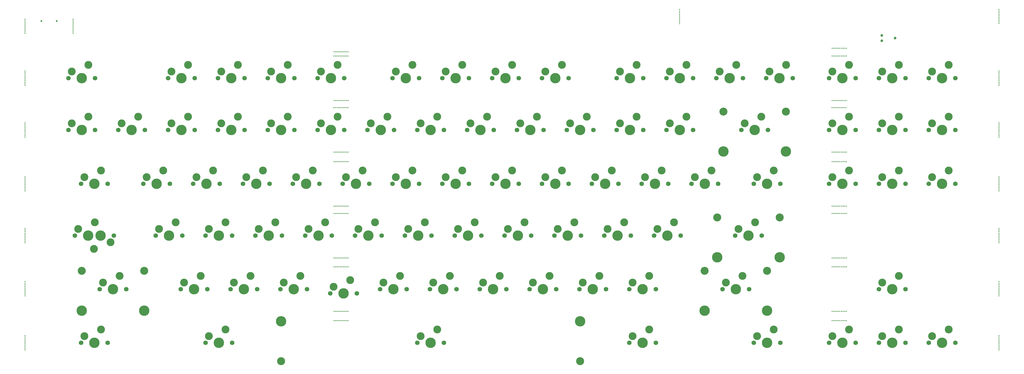
<source format=gbr>
%TF.GenerationSoftware,KiCad,Pcbnew,(6.0.5-0)*%
%TF.CreationDate,2023-01-21T22:01:58+08:00*%
%TF.ProjectId,main,6d61696e-2e6b-4696-9361-645f70636258,Prototype-V1*%
%TF.SameCoordinates,Original*%
%TF.FileFunction,NonPlated,1,2,NPTH,Drill*%
%TF.FilePolarity,Positive*%
%FSLAX46Y46*%
G04 Gerber Fmt 4.6, Leading zero omitted, Abs format (unit mm)*
G04 Created by KiCad (PCBNEW (6.0.5-0)) date 2023-01-21 22:01:58*
%MOMM*%
%LPD*%
G01*
G04 APERTURE LIST*
%TA.AperFunction,ComponentDrill*%
%ADD10C,0.450000*%
%TD*%
%TA.AperFunction,ComponentDrill*%
%ADD11C,0.650000*%
%TD*%
%TA.AperFunction,ComponentDrill*%
%ADD12C,0.990600*%
%TD*%
%TA.AperFunction,ComponentDrill*%
%ADD13C,1.750000*%
%TD*%
%TA.AperFunction,ComponentDrill*%
%ADD14C,3.000000*%
%TD*%
%TA.AperFunction,ComponentDrill*%
%ADD15C,3.048000*%
%TD*%
%TA.AperFunction,ComponentDrill*%
%ADD16C,3.987800*%
%TD*%
G04 APERTURE END LIST*
D10*
%TO.C,H8*%
X-21725000Y22575000D03*
X-21725000Y21975000D03*
X-21725000Y21375000D03*
X-21725000Y20775000D03*
X-21725000Y20175000D03*
X-21725000Y19575000D03*
X-21725000Y18975000D03*
X-21725000Y18375000D03*
X-21725000Y17775000D03*
X-21725000Y17175000D03*
%TO.C,H12*%
X-21725000Y2700000D03*
X-21725000Y2100000D03*
X-21725000Y1500000D03*
X-21725000Y900000D03*
X-21725000Y300000D03*
X-21725000Y-300000D03*
X-21725000Y-900000D03*
X-21725000Y-1500000D03*
X-21725000Y-2100000D03*
X-21725000Y-2700000D03*
%TO.C,H27*%
X-21725000Y-17085000D03*
X-21725000Y-17685000D03*
X-21725000Y-18285000D03*
X-21725000Y-18885000D03*
X-21725000Y-19485000D03*
X-21725000Y-20085000D03*
X-21725000Y-20685000D03*
X-21725000Y-21285000D03*
X-21725000Y-21885000D03*
X-21725000Y-22485000D03*
%TO.C,H30*%
X-21725000Y-37713300D03*
X-21725000Y-38313300D03*
X-21725000Y-38913300D03*
X-21725000Y-39513300D03*
X-21725000Y-40113300D03*
X-21725000Y-40713300D03*
X-21725000Y-41313300D03*
X-21725000Y-41913300D03*
X-21725000Y-42513300D03*
X-21725000Y-43113300D03*
%TO.C,H19*%
X-21725000Y-57498300D03*
X-21725000Y-58098300D03*
X-21725000Y-58698300D03*
X-21725000Y-59298300D03*
X-21725000Y-59898300D03*
X-21725000Y-60498300D03*
X-21725000Y-61098300D03*
X-21725000Y-61698300D03*
X-21725000Y-62298300D03*
X-21725000Y-62898300D03*
%TO.C,H26*%
X-21725000Y-77835300D03*
X-21725000Y-78435300D03*
X-21725000Y-79035300D03*
X-21725000Y-79635300D03*
X-21725000Y-80235300D03*
X-21725000Y-80835300D03*
X-21725000Y-81435300D03*
X-21725000Y-82035300D03*
X-21725000Y-82635300D03*
X-21725000Y-83235300D03*
%TO.C,H28*%
X-21725000Y-98485300D03*
X-21725000Y-99085300D03*
X-21725000Y-99685300D03*
X-21725000Y-100285300D03*
X-21725000Y-100885300D03*
X-21725000Y-101485300D03*
X-21725000Y-102085300D03*
X-21725000Y-102685300D03*
X-21725000Y-103285300D03*
X-21725000Y-103885300D03*
%TO.C,H9*%
X-3325000Y22575000D03*
X-3325000Y21975000D03*
X-3325000Y21375000D03*
X-3325000Y20775000D03*
X-3325000Y20175000D03*
X-3325000Y19575000D03*
X-3325000Y18975000D03*
X-3325000Y18375000D03*
X-3325000Y17775000D03*
X-3325000Y17175000D03*
%TO.C,H44*%
X96356035Y-11285000D03*
%TO.C,H15*%
X96371400Y10100000D03*
%TO.C,H13*%
X96371400Y8500000D03*
%TO.C,H33*%
X96371400Y-28285000D03*
%TO.C,H36*%
X96371400Y-31912900D03*
%TO.C,H41*%
X96371400Y-48913300D03*
%TO.C,H39*%
X96371400Y-51698300D03*
%TO.C,H37*%
X96371400Y-68698300D03*
%TO.C,H32*%
X96371400Y-89135300D03*
%TO.C,H35*%
X96371400Y-92685300D03*
%TO.C,H43*%
X96420758Y-72135300D03*
%TO.C,H45*%
X96458697Y-8500000D03*
%TO.C,H44*%
X96956035Y-11285000D03*
%TO.C,H15*%
X96971400Y10100000D03*
%TO.C,H13*%
X96971400Y8500000D03*
%TO.C,H33*%
X96971400Y-28285000D03*
%TO.C,H36*%
X96971400Y-31912900D03*
%TO.C,H41*%
X96971400Y-48913300D03*
%TO.C,H39*%
X96971400Y-51698300D03*
%TO.C,H37*%
X96971400Y-68698300D03*
%TO.C,H32*%
X96971400Y-89135300D03*
%TO.C,H35*%
X96971400Y-92685300D03*
%TO.C,H43*%
X97020758Y-72135300D03*
%TO.C,H45*%
X97058697Y-8500000D03*
%TO.C,H44*%
X97556035Y-11285000D03*
%TO.C,H15*%
X97571400Y10100000D03*
%TO.C,H13*%
X97571400Y8500000D03*
%TO.C,H33*%
X97571400Y-28285000D03*
%TO.C,H36*%
X97571400Y-31912900D03*
%TO.C,H41*%
X97571400Y-48913300D03*
%TO.C,H39*%
X97571400Y-51698300D03*
%TO.C,H37*%
X97571400Y-68698300D03*
%TO.C,H32*%
X97571400Y-89135300D03*
%TO.C,H35*%
X97571400Y-92685300D03*
%TO.C,H43*%
X97620758Y-72135300D03*
%TO.C,H45*%
X97658697Y-8500000D03*
%TO.C,H44*%
X98156035Y-11285000D03*
%TO.C,H15*%
X98171400Y10100000D03*
%TO.C,H13*%
X98171400Y8500000D03*
%TO.C,H33*%
X98171400Y-28285000D03*
%TO.C,H36*%
X98171400Y-31912900D03*
%TO.C,H41*%
X98171400Y-48913300D03*
%TO.C,H39*%
X98171400Y-51698300D03*
%TO.C,H37*%
X98171400Y-68698300D03*
%TO.C,H32*%
X98171400Y-89135300D03*
%TO.C,H35*%
X98171400Y-92685300D03*
%TO.C,H43*%
X98220758Y-72135300D03*
%TO.C,H45*%
X98258697Y-8500000D03*
%TO.C,H44*%
X98756035Y-11285000D03*
%TO.C,H15*%
X98771400Y10100000D03*
%TO.C,H13*%
X98771400Y8500000D03*
%TO.C,H33*%
X98771400Y-28285000D03*
%TO.C,H36*%
X98771400Y-31912900D03*
%TO.C,H41*%
X98771400Y-48913300D03*
%TO.C,H39*%
X98771400Y-51698300D03*
%TO.C,H37*%
X98771400Y-68698300D03*
%TO.C,H32*%
X98771400Y-89135300D03*
%TO.C,H35*%
X98771400Y-92685300D03*
%TO.C,H43*%
X98820758Y-72135300D03*
%TO.C,H45*%
X98858697Y-8500000D03*
%TO.C,H44*%
X99356035Y-11285000D03*
%TO.C,H15*%
X99371400Y10100000D03*
%TO.C,H13*%
X99371400Y8500000D03*
%TO.C,H33*%
X99371400Y-28285000D03*
%TO.C,H36*%
X99371400Y-31912900D03*
%TO.C,H41*%
X99371400Y-48913300D03*
%TO.C,H39*%
X99371400Y-51698300D03*
%TO.C,H37*%
X99371400Y-68698300D03*
%TO.C,H32*%
X99371400Y-89135300D03*
%TO.C,H35*%
X99371400Y-92685300D03*
%TO.C,H43*%
X99420758Y-72135300D03*
%TO.C,H45*%
X99458697Y-8500000D03*
%TO.C,H44*%
X99956035Y-11285000D03*
%TO.C,H15*%
X99971400Y10100000D03*
%TO.C,H13*%
X99971400Y8500000D03*
%TO.C,H33*%
X99971400Y-28285000D03*
%TO.C,H36*%
X99971400Y-31912900D03*
%TO.C,H41*%
X99971400Y-48913300D03*
%TO.C,H39*%
X99971400Y-51698300D03*
%TO.C,H37*%
X99971400Y-68698300D03*
%TO.C,H32*%
X99971400Y-89135300D03*
%TO.C,H35*%
X99971400Y-92685300D03*
%TO.C,H43*%
X100020758Y-72135300D03*
%TO.C,H45*%
X100058697Y-8500000D03*
%TO.C,H44*%
X100556035Y-11285000D03*
%TO.C,H15*%
X100571400Y10100000D03*
%TO.C,H13*%
X100571400Y8500000D03*
%TO.C,H33*%
X100571400Y-28285000D03*
%TO.C,H36*%
X100571400Y-31912900D03*
%TO.C,H41*%
X100571400Y-48913300D03*
%TO.C,H39*%
X100571400Y-51698300D03*
%TO.C,H37*%
X100571400Y-68698300D03*
%TO.C,H32*%
X100571400Y-89135300D03*
%TO.C,H35*%
X100571400Y-92685300D03*
%TO.C,H43*%
X100620758Y-72135300D03*
%TO.C,H45*%
X100658697Y-8500000D03*
%TO.C,H44*%
X101156035Y-11285000D03*
%TO.C,H15*%
X101171400Y10100000D03*
%TO.C,H13*%
X101171400Y8500000D03*
%TO.C,H33*%
X101171400Y-28285000D03*
%TO.C,H36*%
X101171400Y-31912900D03*
%TO.C,H41*%
X101171400Y-48913300D03*
%TO.C,H39*%
X101171400Y-51698300D03*
%TO.C,H37*%
X101171400Y-68698300D03*
%TO.C,H32*%
X101171400Y-89135300D03*
%TO.C,H35*%
X101171400Y-92685300D03*
%TO.C,H43*%
X101220758Y-72135300D03*
%TO.C,H45*%
X101258697Y-8500000D03*
%TO.C,H44*%
X101756035Y-11285000D03*
%TO.C,H15*%
X101771400Y10100000D03*
%TO.C,H13*%
X101771400Y8500000D03*
%TO.C,H33*%
X101771400Y-28285000D03*
%TO.C,H36*%
X101771400Y-31912900D03*
%TO.C,H41*%
X101771400Y-48913300D03*
%TO.C,H39*%
X101771400Y-51698300D03*
%TO.C,H37*%
X101771400Y-68698300D03*
%TO.C,H32*%
X101771400Y-89135300D03*
%TO.C,H35*%
X101771400Y-92685300D03*
%TO.C,H43*%
X101820758Y-72135300D03*
%TO.C,H45*%
X101858697Y-8500000D03*
%TO.C,H10*%
X228467800Y26225000D03*
X228467800Y25625000D03*
X228467800Y25025000D03*
X228467800Y24425000D03*
X228467800Y23825000D03*
X228467800Y23225000D03*
X228467800Y22625000D03*
X228467800Y22025000D03*
X228467800Y21425000D03*
X228467800Y20825000D03*
%TO.C,H47*%
X286714250Y-11285000D03*
%TO.C,H46*%
X286812969Y-8500000D03*
%TO.C,H14*%
X286821400Y11425000D03*
%TO.C,H16*%
X286821400Y8500000D03*
%TO.C,H40*%
X286821400Y-28235300D03*
%TO.C,H38*%
X286821400Y-31913200D03*
%TO.C,H29*%
X286821400Y-48913300D03*
%TO.C,H23*%
X286821400Y-51698300D03*
%TO.C,H18*%
X286821400Y-68698300D03*
%TO.C,H21*%
X286821400Y-72135300D03*
%TO.C,H25*%
X286821400Y-89135300D03*
%TO.C,H42*%
X286821400Y-92685300D03*
%TO.C,H47*%
X287314250Y-11285000D03*
%TO.C,H46*%
X287412969Y-8500000D03*
%TO.C,H14*%
X287421400Y11425000D03*
%TO.C,H16*%
X287421400Y8500000D03*
%TO.C,H40*%
X287421400Y-28235300D03*
%TO.C,H38*%
X287421400Y-31913200D03*
%TO.C,H29*%
X287421400Y-48913300D03*
%TO.C,H23*%
X287421400Y-51698300D03*
%TO.C,H18*%
X287421400Y-68698300D03*
%TO.C,H21*%
X287421400Y-72135300D03*
%TO.C,H25*%
X287421400Y-89135300D03*
%TO.C,H42*%
X287421400Y-92685300D03*
%TO.C,H47*%
X287914250Y-11285000D03*
%TO.C,H46*%
X288012969Y-8500000D03*
%TO.C,H14*%
X288021400Y11425000D03*
%TO.C,H16*%
X288021400Y8500000D03*
%TO.C,H40*%
X288021400Y-28235300D03*
%TO.C,H38*%
X288021400Y-31913200D03*
%TO.C,H29*%
X288021400Y-48913300D03*
%TO.C,H23*%
X288021400Y-51698300D03*
%TO.C,H18*%
X288021400Y-68698300D03*
%TO.C,H21*%
X288021400Y-72135300D03*
%TO.C,H25*%
X288021400Y-89135300D03*
%TO.C,H42*%
X288021400Y-92685300D03*
%TO.C,H47*%
X288514250Y-11285000D03*
%TO.C,H46*%
X288612969Y-8500000D03*
%TO.C,H14*%
X288621400Y11425000D03*
%TO.C,H16*%
X288621400Y8500000D03*
%TO.C,H40*%
X288621400Y-28235300D03*
%TO.C,H38*%
X288621400Y-31913200D03*
%TO.C,H29*%
X288621400Y-48913300D03*
%TO.C,H23*%
X288621400Y-51698300D03*
%TO.C,H18*%
X288621400Y-68698300D03*
%TO.C,H21*%
X288621400Y-72135300D03*
%TO.C,H25*%
X288621400Y-89135300D03*
%TO.C,H42*%
X288621400Y-92685300D03*
%TO.C,H47*%
X289114250Y-11285000D03*
%TO.C,H46*%
X289212969Y-8500000D03*
%TO.C,H14*%
X289221400Y11425000D03*
%TO.C,H16*%
X289221400Y8500000D03*
%TO.C,H40*%
X289221400Y-28235300D03*
%TO.C,H38*%
X289221400Y-31913200D03*
%TO.C,H29*%
X289221400Y-48913300D03*
%TO.C,H23*%
X289221400Y-51698300D03*
%TO.C,H18*%
X289221400Y-68698300D03*
%TO.C,H21*%
X289221400Y-72135300D03*
%TO.C,H25*%
X289221400Y-89135300D03*
%TO.C,H42*%
X289221400Y-92685300D03*
%TO.C,H47*%
X289714250Y-11285000D03*
%TO.C,H46*%
X289812969Y-8500000D03*
%TO.C,H14*%
X289821400Y11425000D03*
%TO.C,H16*%
X289821400Y8500000D03*
%TO.C,H40*%
X289821400Y-28235300D03*
%TO.C,H38*%
X289821400Y-31913200D03*
%TO.C,H29*%
X289821400Y-48913300D03*
%TO.C,H23*%
X289821400Y-51698300D03*
%TO.C,H18*%
X289821400Y-68698300D03*
%TO.C,H21*%
X289821400Y-72135300D03*
%TO.C,H25*%
X289821400Y-89135300D03*
%TO.C,H42*%
X289821400Y-92685300D03*
%TO.C,H47*%
X290314250Y-11285000D03*
%TO.C,H46*%
X290412969Y-8500000D03*
%TO.C,H14*%
X290421400Y11425000D03*
%TO.C,H16*%
X290421400Y8500000D03*
%TO.C,H40*%
X290421400Y-28235300D03*
%TO.C,H38*%
X290421400Y-31913200D03*
%TO.C,H29*%
X290421400Y-48913300D03*
%TO.C,H23*%
X290421400Y-51698300D03*
%TO.C,H18*%
X290421400Y-68698300D03*
%TO.C,H21*%
X290421400Y-72135300D03*
%TO.C,H25*%
X290421400Y-89135300D03*
%TO.C,H42*%
X290421400Y-92685300D03*
%TO.C,H47*%
X290914250Y-11285000D03*
%TO.C,H46*%
X291012969Y-8500000D03*
%TO.C,H14*%
X291021400Y11425000D03*
%TO.C,H16*%
X291021400Y8500000D03*
%TO.C,H40*%
X291021400Y-28235300D03*
%TO.C,H38*%
X291021400Y-31913200D03*
%TO.C,H29*%
X291021400Y-48913300D03*
%TO.C,H23*%
X291021400Y-51698300D03*
%TO.C,H18*%
X291021400Y-68698300D03*
%TO.C,H21*%
X291021400Y-72135300D03*
%TO.C,H25*%
X291021400Y-89135300D03*
%TO.C,H42*%
X291021400Y-92685300D03*
%TO.C,H47*%
X291514250Y-11285000D03*
%TO.C,H46*%
X291612969Y-8500000D03*
%TO.C,H14*%
X291621400Y11425000D03*
%TO.C,H16*%
X291621400Y8500000D03*
%TO.C,H40*%
X291621400Y-28235300D03*
%TO.C,H38*%
X291621400Y-31913200D03*
%TO.C,H29*%
X291621400Y-48913300D03*
%TO.C,H23*%
X291621400Y-51698300D03*
%TO.C,H18*%
X291621400Y-68698300D03*
%TO.C,H21*%
X291621400Y-72135300D03*
%TO.C,H25*%
X291621400Y-89135300D03*
%TO.C,H42*%
X291621400Y-92685300D03*
%TO.C,H47*%
X292114250Y-11285000D03*
%TO.C,H46*%
X292212969Y-8500000D03*
%TO.C,H14*%
X292221400Y11425000D03*
%TO.C,H16*%
X292221400Y8500000D03*
%TO.C,H40*%
X292221400Y-28235300D03*
%TO.C,H38*%
X292221400Y-31913200D03*
%TO.C,H29*%
X292221400Y-48913300D03*
%TO.C,H23*%
X292221400Y-51698300D03*
%TO.C,H18*%
X292221400Y-68698300D03*
%TO.C,H21*%
X292221400Y-72135300D03*
%TO.C,H25*%
X292221400Y-89135300D03*
%TO.C,H42*%
X292221400Y-92685300D03*
%TO.C,H17*%
X350575000Y2700000D03*
X350575000Y2100000D03*
X350575000Y1500000D03*
X350575000Y900000D03*
X350575000Y300000D03*
X350575000Y-300000D03*
X350575000Y-900000D03*
X350575000Y-1500000D03*
X350575000Y-2100000D03*
X350575000Y-2700000D03*
%TO.C,H34*%
X350575000Y-17085000D03*
X350575000Y-17685000D03*
X350575000Y-18285000D03*
X350575000Y-18885000D03*
X350575000Y-19485000D03*
X350575000Y-20085000D03*
X350575000Y-20685000D03*
X350575000Y-21285000D03*
X350575000Y-21885000D03*
X350575000Y-22485000D03*
%TO.C,H20*%
X350575000Y-37713300D03*
X350575000Y-38313300D03*
X350575000Y-38913300D03*
X350575000Y-39513300D03*
X350575000Y-40113300D03*
X350575000Y-40713300D03*
X350575000Y-41313300D03*
X350575000Y-41913300D03*
X350575000Y-42513300D03*
X350575000Y-43113300D03*
%TO.C,H22*%
X350575000Y-57498300D03*
X350575000Y-58098300D03*
X350575000Y-58698300D03*
X350575000Y-59298300D03*
X350575000Y-59898300D03*
X350575000Y-60498300D03*
X350575000Y-61098300D03*
X350575000Y-61698300D03*
X350575000Y-62298300D03*
X350575000Y-62898300D03*
%TO.C,H24*%
X350575000Y-77835300D03*
X350575000Y-78435300D03*
X350575000Y-79035300D03*
X350575000Y-79635300D03*
X350575000Y-80235300D03*
X350575000Y-80835300D03*
X350575000Y-81435300D03*
X350575000Y-82035300D03*
X350575000Y-82635300D03*
X350575000Y-83235300D03*
%TO.C,H31*%
X350575000Y-98485300D03*
X350575000Y-99085300D03*
X350575000Y-99685300D03*
X350575000Y-100285300D03*
X350575000Y-100885300D03*
X350575000Y-101485300D03*
X350575000Y-102085300D03*
X350575000Y-102685300D03*
X350575000Y-103285300D03*
X350575000Y-103885300D03*
%TO.C,H11*%
X350600000Y26300000D03*
X350600000Y25700000D03*
X350600000Y25100000D03*
X350600000Y24500000D03*
X350600000Y23900000D03*
X350600000Y23300000D03*
X350600000Y22700000D03*
X350600000Y22100000D03*
X350600000Y21500000D03*
X350600000Y20900000D03*
D11*
%TO.C,J26*%
X-15413000Y21876000D03*
X-9633000Y21876000D03*
D12*
%TO.C,J25*%
X305790000Y16336000D03*
X305790000Y14304000D03*
X310870000Y15320000D03*
D13*
%TO.C,Esc1*%
X-5080000Y0D03*
%TO.C,\u005C1*%
X-5080000Y-19785000D03*
%TO.C,CAP2*%
X-2680000Y-60185800D03*
%TO.C,TAB1*%
X-317500Y-40413300D03*
%TO.C,LCtrl1*%
X-317500Y-101185300D03*
%TO.C,CAP1*%
X2063750Y-60198300D03*
%TO.C,Esc1*%
X5080000Y0D03*
%TO.C,\u005C1*%
X5080000Y-19785000D03*
%TO.C,LShift1*%
X6826250Y-80635300D03*
%TO.C,CAP2*%
X7480000Y-60185800D03*
%TO.C,TAB1*%
X9842500Y-40413300D03*
%TO.C,LCtrl1*%
X9842500Y-101185300D03*
%TO.C,CAP1*%
X12223750Y-60198300D03*
%TO.C,!1*%
X13970000Y-19785000D03*
%TO.C,LShift1*%
X16986250Y-80635300D03*
%TO.C,Q1*%
X23495000Y-40413300D03*
%TO.C,!1*%
X24130000Y-19785000D03*
%TO.C,A1*%
X28257500Y-60198300D03*
%TO.C,F1*%
X33020000Y0D03*
%TO.C,@1*%
X33020000Y-19785000D03*
%TO.C,Q1*%
X33655000Y-40413300D03*
%TO.C,Z1*%
X37782500Y-80635300D03*
%TO.C,A1*%
X38417500Y-60198300D03*
%TO.C,W1*%
X42545000Y-40413300D03*
%TO.C,F1*%
X43180000Y0D03*
%TO.C,@1*%
X43180000Y-19785000D03*
%TO.C,S1*%
X47307500Y-60198300D03*
%TO.C,LAlt1*%
X47307500Y-101185300D03*
%TO.C,Z1*%
X47942500Y-80635300D03*
%TO.C,F2*%
X52070000Y0D03*
%TO.C,\u005C#1*%
X52070000Y-19785000D03*
%TO.C,W1*%
X52705000Y-40413300D03*
%TO.C,X1*%
X56832500Y-80635300D03*
%TO.C,S1*%
X57467500Y-60198300D03*
%TO.C,LAlt1*%
X57467500Y-101185300D03*
%TO.C,E1*%
X61595000Y-40413300D03*
%TO.C,F2*%
X62230000Y0D03*
%TO.C,\u005C#1*%
X62230000Y-19785000D03*
%TO.C,MX_D1*%
X66357500Y-60198300D03*
%TO.C,X1*%
X66992500Y-80635300D03*
%TO.C,F3*%
X71120000Y0D03*
%TO.C,$1*%
X71120000Y-19785000D03*
%TO.C,E1*%
X71755000Y-40413300D03*
%TO.C,MX_C1*%
X75882500Y-80635300D03*
%TO.C,MX_D1*%
X76517500Y-60198300D03*
%TO.C,MX_R1*%
X80645000Y-40413300D03*
%TO.C,F3*%
X81280000Y0D03*
%TO.C,$1*%
X81280000Y-19785000D03*
%TO.C,F13*%
X85407500Y-60198300D03*
%TO.C,MX_C1*%
X86042500Y-80635300D03*
%TO.C,F4*%
X90170000Y0D03*
%TO.C,\u00251*%
X90170000Y-19785000D03*
%TO.C,MX_R1*%
X90805000Y-40413300D03*
%TO.C,V1*%
X94932500Y-82268721D03*
%TO.C,F13*%
X95567500Y-60198300D03*
%TO.C,T1*%
X99695000Y-40413300D03*
%TO.C,F4*%
X100330000Y0D03*
%TO.C,\u00251*%
X100330000Y-19785000D03*
%TO.C,G1*%
X104457500Y-60198300D03*
%TO.C,V1*%
X105092500Y-82268721D03*
%TO.C,^1*%
X109220000Y-19785000D03*
%TO.C,T1*%
X109855000Y-40413300D03*
%TO.C,B1*%
X113982500Y-80635300D03*
%TO.C,G1*%
X114617500Y-60198300D03*
%TO.C,F5*%
X118745000Y0D03*
%TO.C,Y1*%
X118745000Y-40413300D03*
%TO.C,^1*%
X119380000Y-19785000D03*
%TO.C,H1*%
X123507500Y-60198300D03*
%TO.C,B1*%
X124142500Y-80635300D03*
%TO.C,&1*%
X128270000Y-19785000D03*
%TO.C,Spc1*%
X128270000Y-101185300D03*
%TO.C,F5*%
X128905000Y0D03*
%TO.C,Y1*%
X128905000Y-40413300D03*
%TO.C,N1*%
X133032500Y-80635300D03*
%TO.C,H1*%
X133667500Y-60198300D03*
%TO.C,F6*%
X137795000Y0D03*
%TO.C,MX_U1*%
X137795000Y-40413300D03*
%TO.C,&1*%
X138430000Y-19785000D03*
%TO.C,Spc1*%
X138430000Y-101185300D03*
%TO.C,MX_J1*%
X142557500Y-60198300D03*
%TO.C,N1*%
X143192500Y-80635300D03*
%TO.C,\u002A1*%
X147320000Y-19785000D03*
%TO.C,F6*%
X147955000Y0D03*
%TO.C,MX_U1*%
X147955000Y-40413300D03*
%TO.C,M1*%
X152082500Y-80635300D03*
%TO.C,MX_J1*%
X152717500Y-60198300D03*
%TO.C,F7*%
X156845000Y0D03*
%TO.C,I1*%
X156845000Y-40413300D03*
%TO.C,\u002A1*%
X157480000Y-19785000D03*
%TO.C,K1*%
X161607500Y-60198300D03*
%TO.C,M1*%
X162242500Y-80635300D03*
%TO.C,(1*%
X166370000Y-19785000D03*
%TO.C,F7*%
X167005000Y0D03*
%TO.C,I1*%
X167005000Y-40413300D03*
%TO.C,<1*%
X171132500Y-80635300D03*
%TO.C,K1*%
X171767500Y-60198300D03*
%TO.C,F8*%
X175895000Y0D03*
%TO.C,O1*%
X175895000Y-40413300D03*
%TO.C,(1*%
X176530000Y-19785000D03*
%TO.C,MX_L1*%
X180657500Y-60198300D03*
%TO.C,<1*%
X181292500Y-80635300D03*
%TO.C,)1*%
X185420000Y-19785000D03*
%TO.C,F8*%
X186055000Y0D03*
%TO.C,O1*%
X186055000Y-40413300D03*
%TO.C,>1*%
X190182500Y-80635300D03*
%TO.C,MX_L1*%
X190817500Y-60198300D03*
%TO.C,P1*%
X194945000Y-40413300D03*
%TO.C,)1*%
X195580000Y-19785000D03*
%TO.C,:1*%
X199707500Y-60198300D03*
%TO.C,>1*%
X200342500Y-80635300D03*
%TO.C,F9*%
X204470000Y0D03*
%TO.C,_1*%
X204470000Y-19785000D03*
%TO.C,P1*%
X205105000Y-40413300D03*
%TO.C,\u005CQM1*%
X209232500Y-80635300D03*
%TO.C,RAlt1*%
X209232500Y-101185300D03*
%TO.C,:1*%
X209867500Y-60198300D03*
%TO.C,{1*%
X213995000Y-40413300D03*
%TO.C,F9*%
X214630000Y0D03*
%TO.C,_1*%
X214630000Y-19785000D03*
%TO.C,''1*%
X218757500Y-60198300D03*
%TO.C,\u005CQM1*%
X219392500Y-80635300D03*
%TO.C,RAlt1*%
X219392500Y-101185300D03*
%TO.C,F10*%
X223520000Y0D03*
%TO.C,+1*%
X223520000Y-19785000D03*
%TO.C,{1*%
X224155000Y-40413300D03*
%TO.C,''1*%
X228917500Y-60198300D03*
%TO.C,}1*%
X233045000Y-40413300D03*
%TO.C,F10*%
X233680000Y0D03*
%TO.C,+1*%
X233680000Y-19785000D03*
%TO.C,F11*%
X242570000Y0D03*
%TO.C,}1*%
X243205000Y-40413300D03*
%TO.C,RShift1*%
X244951250Y-80635300D03*
%TO.C,Enter1*%
X249713750Y-60198300D03*
%TO.C,BS1*%
X252095000Y-19785000D03*
%TO.C,F11*%
X252730000Y0D03*
%TO.C,RShift1*%
X255111250Y-80635300D03*
%TO.C,|1*%
X256857500Y-40413300D03*
%TO.C,RCtrl1*%
X256857500Y-101185300D03*
%TO.C,Enter1*%
X259873750Y-60198300D03*
%TO.C,F12*%
X261620000Y0D03*
%TO.C,BS1*%
X262255000Y-19785000D03*
%TO.C,|1*%
X267017500Y-40413300D03*
%TO.C,RCtrl1*%
X267017500Y-101185300D03*
%TO.C,F12*%
X271780000Y0D03*
%TO.C,PrtSc1*%
X285670000Y0D03*
%TO.C,Insert1*%
X285670000Y-19785000D03*
%TO.C,Delete1*%
X285670000Y-40413300D03*
%TO.C,Left1*%
X285670000Y-101185300D03*
%TO.C,PrtSc1*%
X295830000Y0D03*
%TO.C,Insert1*%
X295830000Y-19785000D03*
%TO.C,Delete1*%
X295830000Y-40413300D03*
%TO.C,Left1*%
X295830000Y-101185300D03*
%TO.C,SL1*%
X304720000Y0D03*
%TO.C,Home1*%
X304720000Y-19785000D03*
%TO.C,End1*%
X304720000Y-40413300D03*
%TO.C,Up1*%
X304720000Y-80635300D03*
%TO.C,Down1*%
X304720000Y-101185300D03*
%TO.C,SL1*%
X314880000Y0D03*
%TO.C,Home1*%
X314880000Y-19785000D03*
%TO.C,End1*%
X314880000Y-40413300D03*
%TO.C,Up1*%
X314880000Y-80635300D03*
%TO.C,Down1*%
X314880000Y-101185300D03*
%TO.C,PB1*%
X323770000Y0D03*
%TO.C,PgUp1*%
X323770000Y-19785000D03*
%TO.C,PgDn1*%
X323770000Y-40413300D03*
%TO.C,Right1*%
X323770000Y-101185300D03*
%TO.C,PB1*%
X333930000Y0D03*
%TO.C,PgUp1*%
X333930000Y-19785000D03*
%TO.C,PgDn1*%
X333930000Y-40413300D03*
%TO.C,Right1*%
X333930000Y-101185300D03*
D14*
%TO.C,Esc1*%
X-3810000Y2540000D03*
%TO.C,\u005C1*%
X-3810000Y-17245000D03*
%TO.C,CAP2*%
X-1410000Y-57645800D03*
%TO.C,TAB1*%
X952500Y-37873300D03*
%TO.C,LCtrl1*%
X952500Y-98645300D03*
%TO.C,Esc1*%
X2540000Y5080000D03*
%TO.C,\u005C1*%
X2540000Y-14705000D03*
%TO.C,CAP1*%
X4603750Y-65278300D03*
%TO.C,CAP2*%
X4940000Y-55105800D03*
%TO.C,TAB1*%
X7302500Y-35333300D03*
%TO.C,LCtrl1*%
X7302500Y-96105300D03*
%TO.C,LShift1*%
X8096250Y-78095300D03*
%TO.C,CAP1*%
X10953750Y-62738300D03*
%TO.C,LShift1*%
X14446250Y-75555300D03*
%TO.C,!1*%
X15240000Y-17245000D03*
X21590000Y-14705000D03*
%TO.C,Q1*%
X24765000Y-37873300D03*
%TO.C,A1*%
X29527500Y-57658300D03*
%TO.C,Q1*%
X31115000Y-35333300D03*
%TO.C,F1*%
X34290000Y2540000D03*
%TO.C,@1*%
X34290000Y-17245000D03*
%TO.C,A1*%
X35877500Y-55118300D03*
%TO.C,Z1*%
X39052500Y-78095300D03*
%TO.C,F1*%
X40640000Y5080000D03*
%TO.C,@1*%
X40640000Y-14705000D03*
%TO.C,W1*%
X43815000Y-37873300D03*
%TO.C,Z1*%
X45402500Y-75555300D03*
%TO.C,S1*%
X48577500Y-57658300D03*
%TO.C,LAlt1*%
X48577500Y-98645300D03*
%TO.C,W1*%
X50165000Y-35333300D03*
%TO.C,F2*%
X53340000Y2540000D03*
%TO.C,\u005C#1*%
X53340000Y-17245000D03*
%TO.C,S1*%
X54927500Y-55118300D03*
%TO.C,LAlt1*%
X54927500Y-96105300D03*
%TO.C,X1*%
X58102500Y-78095300D03*
%TO.C,F2*%
X59690000Y5080000D03*
%TO.C,\u005C#1*%
X59690000Y-14705000D03*
%TO.C,E1*%
X62865000Y-37873300D03*
%TO.C,X1*%
X64452500Y-75555300D03*
%TO.C,MX_D1*%
X67627500Y-57658300D03*
%TO.C,E1*%
X69215000Y-35333300D03*
%TO.C,F3*%
X72390000Y2540000D03*
%TO.C,$1*%
X72390000Y-17245000D03*
%TO.C,MX_D1*%
X73977500Y-55118300D03*
%TO.C,MX_C1*%
X77152500Y-78095300D03*
%TO.C,F3*%
X78740000Y5080000D03*
%TO.C,$1*%
X78740000Y-14705000D03*
%TO.C,MX_R1*%
X81915000Y-37873300D03*
%TO.C,MX_C1*%
X83502500Y-75555300D03*
%TO.C,F13*%
X86677500Y-57658300D03*
%TO.C,MX_R1*%
X88265000Y-35333300D03*
%TO.C,F4*%
X91440000Y2540000D03*
%TO.C,\u00251*%
X91440000Y-17245000D03*
%TO.C,F13*%
X93027500Y-55118300D03*
%TO.C,V1*%
X96202500Y-79728721D03*
%TO.C,F4*%
X97790000Y5080000D03*
%TO.C,\u00251*%
X97790000Y-14705000D03*
%TO.C,T1*%
X100965000Y-37873300D03*
%TO.C,V1*%
X102552500Y-77188721D03*
%TO.C,G1*%
X105727500Y-57658300D03*
%TO.C,T1*%
X107315000Y-35333300D03*
%TO.C,^1*%
X110490000Y-17245000D03*
%TO.C,G1*%
X112077500Y-55118300D03*
%TO.C,B1*%
X115252500Y-78095300D03*
%TO.C,^1*%
X116840000Y-14705000D03*
%TO.C,F5*%
X120015000Y2540000D03*
%TO.C,Y1*%
X120015000Y-37873300D03*
%TO.C,B1*%
X121602500Y-75555300D03*
%TO.C,H1*%
X124777500Y-57658300D03*
%TO.C,F5*%
X126365000Y5080000D03*
%TO.C,Y1*%
X126365000Y-35333300D03*
%TO.C,&1*%
X129540000Y-17245000D03*
%TO.C,Spc1*%
X129540000Y-98645300D03*
%TO.C,H1*%
X131127500Y-55118300D03*
%TO.C,N1*%
X134302500Y-78095300D03*
%TO.C,&1*%
X135890000Y-14705000D03*
%TO.C,Spc1*%
X135890000Y-96105300D03*
%TO.C,F6*%
X139065000Y2540000D03*
%TO.C,MX_U1*%
X139065000Y-37873300D03*
%TO.C,N1*%
X140652500Y-75555300D03*
%TO.C,MX_J1*%
X143827500Y-57658300D03*
%TO.C,F6*%
X145415000Y5080000D03*
%TO.C,MX_U1*%
X145415000Y-35333300D03*
%TO.C,\u002A1*%
X148590000Y-17245000D03*
%TO.C,MX_J1*%
X150177500Y-55118300D03*
%TO.C,M1*%
X153352500Y-78095300D03*
%TO.C,\u002A1*%
X154940000Y-14705000D03*
%TO.C,F7*%
X158115000Y2540000D03*
%TO.C,I1*%
X158115000Y-37873300D03*
%TO.C,M1*%
X159702500Y-75555300D03*
%TO.C,K1*%
X162877500Y-57658300D03*
%TO.C,F7*%
X164465000Y5080000D03*
%TO.C,I1*%
X164465000Y-35333300D03*
%TO.C,(1*%
X167640000Y-17245000D03*
%TO.C,K1*%
X169227500Y-55118300D03*
%TO.C,<1*%
X172402500Y-78095300D03*
%TO.C,(1*%
X173990000Y-14705000D03*
%TO.C,F8*%
X177165000Y2540000D03*
%TO.C,O1*%
X177165000Y-37873300D03*
%TO.C,<1*%
X178752500Y-75555300D03*
%TO.C,MX_L1*%
X181927500Y-57658300D03*
%TO.C,F8*%
X183515000Y5080000D03*
%TO.C,O1*%
X183515000Y-35333300D03*
%TO.C,)1*%
X186690000Y-17245000D03*
%TO.C,MX_L1*%
X188277500Y-55118300D03*
%TO.C,>1*%
X191452500Y-78095300D03*
%TO.C,)1*%
X193040000Y-14705000D03*
%TO.C,P1*%
X196215000Y-37873300D03*
%TO.C,>1*%
X197802500Y-75555300D03*
%TO.C,:1*%
X200977500Y-57658300D03*
%TO.C,P1*%
X202565000Y-35333300D03*
%TO.C,F9*%
X205740000Y2540000D03*
%TO.C,_1*%
X205740000Y-17245000D03*
%TO.C,:1*%
X207327500Y-55118300D03*
%TO.C,\u005CQM1*%
X210502500Y-78095300D03*
%TO.C,RAlt1*%
X210502500Y-98645300D03*
%TO.C,F9*%
X212090000Y5080000D03*
%TO.C,_1*%
X212090000Y-14705000D03*
%TO.C,{1*%
X215265000Y-37873300D03*
%TO.C,\u005CQM1*%
X216852500Y-75555300D03*
%TO.C,RAlt1*%
X216852500Y-96105300D03*
%TO.C,''1*%
X220027500Y-57658300D03*
%TO.C,{1*%
X221615000Y-35333300D03*
%TO.C,F10*%
X224790000Y2540000D03*
%TO.C,+1*%
X224790000Y-17245000D03*
%TO.C,''1*%
X226377500Y-55118300D03*
%TO.C,F10*%
X231140000Y5080000D03*
%TO.C,+1*%
X231140000Y-14705000D03*
%TO.C,}1*%
X234315000Y-37873300D03*
X240665000Y-35333300D03*
%TO.C,F11*%
X243840000Y2540000D03*
%TO.C,RShift1*%
X246221250Y-78095300D03*
%TO.C,F11*%
X250190000Y5080000D03*
%TO.C,Enter1*%
X250983750Y-57658300D03*
%TO.C,RShift1*%
X252571250Y-75555300D03*
%TO.C,BS1*%
X253365000Y-17245000D03*
%TO.C,Enter1*%
X257333750Y-55118300D03*
%TO.C,|1*%
X258127500Y-37873300D03*
%TO.C,RCtrl1*%
X258127500Y-98645300D03*
%TO.C,BS1*%
X259715000Y-14705000D03*
%TO.C,F12*%
X262890000Y2540000D03*
%TO.C,|1*%
X264477500Y-35333300D03*
%TO.C,RCtrl1*%
X264477500Y-96105300D03*
%TO.C,F12*%
X269240000Y5080000D03*
%TO.C,PrtSc1*%
X286940000Y2540000D03*
%TO.C,Insert1*%
X286940000Y-17245000D03*
%TO.C,Delete1*%
X286940000Y-37873300D03*
%TO.C,Left1*%
X286940000Y-98645300D03*
%TO.C,PrtSc1*%
X293290000Y5080000D03*
%TO.C,Insert1*%
X293290000Y-14705000D03*
%TO.C,Delete1*%
X293290000Y-35333300D03*
%TO.C,Left1*%
X293290000Y-96105300D03*
%TO.C,SL1*%
X305990000Y2540000D03*
%TO.C,Home1*%
X305990000Y-17245000D03*
%TO.C,End1*%
X305990000Y-37873300D03*
%TO.C,Up1*%
X305990000Y-78095300D03*
%TO.C,Down1*%
X305990000Y-98645300D03*
%TO.C,SL1*%
X312340000Y5080000D03*
%TO.C,Home1*%
X312340000Y-14705000D03*
%TO.C,End1*%
X312340000Y-35333300D03*
%TO.C,Up1*%
X312340000Y-75555300D03*
%TO.C,Down1*%
X312340000Y-96105300D03*
%TO.C,PB1*%
X325040000Y2540000D03*
%TO.C,PgUp1*%
X325040000Y-17245000D03*
%TO.C,PgDn1*%
X325040000Y-37873300D03*
%TO.C,Right1*%
X325040000Y-98645300D03*
%TO.C,PB1*%
X331390000Y5080000D03*
%TO.C,PgUp1*%
X331390000Y-14705000D03*
%TO.C,PgDn1*%
X331390000Y-35333300D03*
%TO.C,Right1*%
X331390000Y-96105300D03*
D15*
%TO.C,LShift1*%
X-31750Y-73650300D03*
X23844250Y-73650300D03*
%TO.C,Spc1*%
X76200000Y-108170300D03*
X190500000Y-108170300D03*
%TO.C,RShift1*%
X238093250Y-73650300D03*
%TO.C,Enter1*%
X242855750Y-53213300D03*
%TO.C,BS1*%
X245237000Y-12800000D03*
%TO.C,RShift1*%
X261969250Y-73650300D03*
%TO.C,Enter1*%
X266731750Y-53213300D03*
%TO.C,BS1*%
X269113000Y-12800000D03*
D16*
%TO.C,LShift1*%
X-31750Y-88890300D03*
%TO.C,Esc1*%
X0Y0D03*
%TO.C,\u005C1*%
X0Y-19785000D03*
%TO.C,CAP2*%
X2400000Y-60185800D03*
%TO.C,TAB1*%
X4762500Y-40413300D03*
%TO.C,LCtrl1*%
X4762500Y-101185300D03*
%TO.C,CAP1*%
X7143750Y-60198300D03*
%TO.C,LShift1*%
X11906250Y-80635300D03*
%TO.C,!1*%
X19050000Y-19785000D03*
%TO.C,LShift1*%
X23844250Y-88890300D03*
%TO.C,Q1*%
X28575000Y-40413300D03*
%TO.C,A1*%
X33337500Y-60198300D03*
%TO.C,F1*%
X38100000Y0D03*
%TO.C,@1*%
X38100000Y-19785000D03*
%TO.C,Z1*%
X42862500Y-80635300D03*
%TO.C,W1*%
X47625000Y-40413300D03*
%TO.C,S1*%
X52387500Y-60198300D03*
%TO.C,LAlt1*%
X52387500Y-101185300D03*
%TO.C,F2*%
X57150000Y0D03*
%TO.C,\u005C#1*%
X57150000Y-19785000D03*
%TO.C,X1*%
X61912500Y-80635300D03*
%TO.C,E1*%
X66675000Y-40413300D03*
%TO.C,MX_D1*%
X71437500Y-60198300D03*
%TO.C,F3*%
X76200000Y0D03*
%TO.C,$1*%
X76200000Y-19785000D03*
%TO.C,Spc1*%
X76200000Y-92930300D03*
%TO.C,MX_C1*%
X80962500Y-80635300D03*
%TO.C,MX_R1*%
X85725000Y-40413300D03*
%TO.C,F13*%
X90487500Y-60198300D03*
%TO.C,F4*%
X95250000Y0D03*
%TO.C,\u00251*%
X95250000Y-19785000D03*
%TO.C,V1*%
X100012500Y-82268721D03*
%TO.C,T1*%
X104775000Y-40413300D03*
%TO.C,G1*%
X109537500Y-60198300D03*
%TO.C,^1*%
X114300000Y-19785000D03*
%TO.C,B1*%
X119062500Y-80635300D03*
%TO.C,F5*%
X123825000Y0D03*
%TO.C,Y1*%
X123825000Y-40413300D03*
%TO.C,H1*%
X128587500Y-60198300D03*
%TO.C,&1*%
X133350000Y-19785000D03*
%TO.C,Spc1*%
X133350000Y-101185300D03*
%TO.C,N1*%
X138112500Y-80635300D03*
%TO.C,F6*%
X142875000Y0D03*
%TO.C,MX_U1*%
X142875000Y-40413300D03*
%TO.C,MX_J1*%
X147637500Y-60198300D03*
%TO.C,\u002A1*%
X152400000Y-19785000D03*
%TO.C,M1*%
X157162500Y-80635300D03*
%TO.C,F7*%
X161925000Y0D03*
%TO.C,I1*%
X161925000Y-40413300D03*
%TO.C,K1*%
X166687500Y-60198300D03*
%TO.C,(1*%
X171450000Y-19785000D03*
%TO.C,<1*%
X176212500Y-80635300D03*
%TO.C,F8*%
X180975000Y0D03*
%TO.C,O1*%
X180975000Y-40413300D03*
%TO.C,MX_L1*%
X185737500Y-60198300D03*
%TO.C,)1*%
X190500000Y-19785000D03*
%TO.C,Spc1*%
X190500000Y-92930300D03*
%TO.C,>1*%
X195262500Y-80635300D03*
%TO.C,P1*%
X200025000Y-40413300D03*
%TO.C,:1*%
X204787500Y-60198300D03*
%TO.C,F9*%
X209550000Y0D03*
%TO.C,_1*%
X209550000Y-19785000D03*
%TO.C,\u005CQM1*%
X214312500Y-80635300D03*
%TO.C,RAlt1*%
X214312500Y-101185300D03*
%TO.C,{1*%
X219075000Y-40413300D03*
%TO.C,''1*%
X223837500Y-60198300D03*
%TO.C,F10*%
X228600000Y0D03*
%TO.C,+1*%
X228600000Y-19785000D03*
%TO.C,RShift1*%
X238093250Y-88890300D03*
%TO.C,}1*%
X238125000Y-40413300D03*
%TO.C,Enter1*%
X242855750Y-68453300D03*
%TO.C,BS1*%
X245237000Y-28040000D03*
%TO.C,F11*%
X247650000Y0D03*
%TO.C,RShift1*%
X250031250Y-80635300D03*
%TO.C,Enter1*%
X254793750Y-60198300D03*
%TO.C,BS1*%
X257175000Y-19785000D03*
%TO.C,|1*%
X261937500Y-40413300D03*
%TO.C,RCtrl1*%
X261937500Y-101185300D03*
%TO.C,RShift1*%
X261969250Y-88890300D03*
%TO.C,F12*%
X266700000Y0D03*
%TO.C,Enter1*%
X266731750Y-68453300D03*
%TO.C,BS1*%
X269113000Y-28040000D03*
%TO.C,PrtSc1*%
X290750000Y0D03*
%TO.C,Insert1*%
X290750000Y-19785000D03*
%TO.C,Delete1*%
X290750000Y-40413300D03*
%TO.C,Left1*%
X290750000Y-101185300D03*
%TO.C,SL1*%
X309800000Y0D03*
%TO.C,Home1*%
X309800000Y-19785000D03*
%TO.C,End1*%
X309800000Y-40413300D03*
%TO.C,Up1*%
X309800000Y-80635300D03*
%TO.C,Down1*%
X309800000Y-101185300D03*
%TO.C,PB1*%
X328850000Y0D03*
%TO.C,PgUp1*%
X328850000Y-19785000D03*
%TO.C,PgDn1*%
X328850000Y-40413300D03*
%TO.C,Right1*%
X328850000Y-101185300D03*
M02*

</source>
